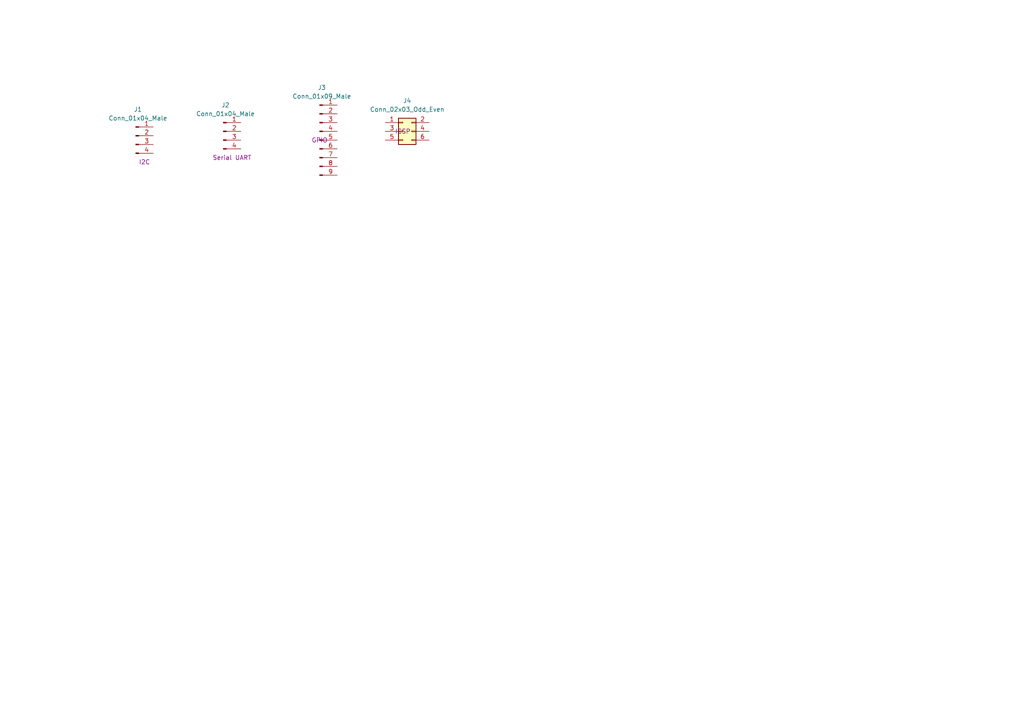
<source format=kicad_sch>
(kicad_sch (version 20211123) (generator eeschema)
  (paper "A4")
  (lib_symbols
    (symbol "Connector:Conn_01x04_Male" (pin_names (offset 1.016) hide)
      (property "Reference" "J" (at 0 5.08 0))
      (property "Value" "Conn_01x04_Male" (at 0 -7.62 0))
      (symbol "Conn_01x04_Male_1_1"
        (polyline (pts (xy 1.27 -5.08) (xy 0.8636 -5.08)) (stroke (width 0.1524)))
        (polyline (pts (xy 1.27 -2.54) (xy 0.8636 -2.54)) (stroke (width 0.1524)))
        (polyline (pts (xy 1.27 0) (xy 0.8636 0)) (stroke (width 0.1524)))
        (polyline (pts (xy 1.27 2.54) (xy 0.8636 2.54)) (stroke (width 0.1524)))
        (rectangle (start 0.8636 -4.953) (end 0 -5.207) (stroke (width 0.1524)) (fill (type outline)))
        (rectangle (start 0.8636 -2.413) (end 0 -2.667) (stroke (width 0.1524)) (fill (type outline)))
        (rectangle (start 0.8636 0.127) (end 0 -0.127) (stroke (width 0.1524)) (fill (type outline)))
        (rectangle (start 0.8636 2.667) (end 0 2.413) (stroke (width 0.1524)) (fill (type outline)))
        (pin passive line (at 5.08 2.54 180) (length 3.81) (name "Pin_1") (number "1"))
        (pin passive line (at 5.08 0 180) (length 3.81) (name "Pin_2") (number "2"))
        (pin passive line (at 5.08 -2.54 180) (length 3.81) (name "Pin_3") (number "3"))
        (pin passive line (at 5.08 -5.08 180) (length 3.81) (name "Pin_4") (number "4"))
      )
    )
    (symbol "Connector:Conn_01x09_Male" (pin_names (offset 1.016) hide)
      (property "Reference" "J" (at 0 12.7 0))
      (property "Value" "Conn_01x09_Male" (at 0 -12.7 0))
      (symbol "Conn_01x09_Male_1_1"
        (polyline (pts (xy 1.27 -10.16) (xy 0.8636 -10.16)) (stroke (width 0.1524)))
        (polyline (pts (xy 1.27 -7.62) (xy 0.8636 -7.62)) (stroke (width 0.1524)))
        (polyline (pts (xy 1.27 -5.08) (xy 0.8636 -5.08)) (stroke (width 0.1524)))
        (polyline (pts (xy 1.27 -2.54) (xy 0.8636 -2.54)) (stroke (width 0.1524)))
        (polyline (pts (xy 1.27 0) (xy 0.8636 0)) (stroke (width 0.1524)))
        (polyline (pts (xy 1.27 2.54) (xy 0.8636 2.54)) (stroke (width 0.1524)))
        (polyline (pts (xy 1.27 5.08) (xy 0.8636 5.08)) (stroke (width 0.1524)))
        (polyline (pts (xy 1.27 7.62) (xy 0.8636 7.62)) (stroke (width 0.1524)))
        (polyline (pts (xy 1.27 10.16) (xy 0.8636 10.16)) (stroke (width 0.1524)))
        (rectangle (start 0.8636 -10.033) (end 0 -10.287) (stroke (width 0.1524)) (fill (type outline)))
        (rectangle (start 0.8636 -7.493) (end 0 -7.747) (stroke (width 0.1524)) (fill (type outline)))
        (rectangle (start 0.8636 -4.953) (end 0 -5.207) (stroke (width 0.1524)) (fill (type outline)))
        (rectangle (start 0.8636 -2.413) (end 0 -2.667) (stroke (width 0.1524)) (fill (type outline)))
        (rectangle (start 0.8636 0.127) (end 0 -0.127) (stroke (width 0.1524)) (fill (type outline)))
        (rectangle (start 0.8636 2.667) (end 0 2.413) (stroke (width 0.1524)) (fill (type outline)))
        (rectangle (start 0.8636 5.207) (end 0 4.953) (stroke (width 0.1524)) (fill (type outline)))
        (rectangle (start 0.8636 7.747) (end 0 7.493) (stroke (width 0.1524)) (fill (type outline)))
        (rectangle (start 0.8636 10.287) (end 0 10.033) (stroke (width 0.1524)) (fill (type outline)))
        (pin passive line (at 5.08 10.16 180) (length 3.81) (name "Pin_1") (number "1"))
        (pin passive line (at 5.08 7.62 180) (length 3.81) (name "Pin_2") (number "2"))
        (pin passive line (at 5.08 5.08 180) (length 3.81) (name "Pin_3") (number "3"))
        (pin passive line (at 5.08 2.54 180) (length 3.81) (name "Pin_4") (number "4"))
        (pin passive line (at 5.08 0 180) (length 3.81) (name "Pin_5") (number "5"))
        (pin passive line (at 5.08 -2.54 180) (length 3.81) (name "Pin_6") (number "6"))
        (pin passive line (at 5.08 -5.08 180) (length 3.81) (name "Pin_7") (number "7"))
        (pin passive line (at 5.08 -7.62 180) (length 3.81) (name "Pin_8") (number "8"))
        (pin passive line (at 5.08 -10.16 180) (length 3.81) (name "Pin_9") (number "9"))
      )
    )
    (symbol "Connector_Generic:Conn_02x03_Odd_Even" (pin_names (offset 1.016) hide)
      (property "Reference" "J" (at 1.27 5.08 0))
      (property "Value" "Conn_02x03_Odd_Even" (at 1.27 -5.08 0))
      (symbol "Conn_02x03_Odd_Even_1_1"
        (rectangle (start -1.27 -2.413) (end 0 -2.667) (stroke (width 0.1524)))
        (rectangle (start -1.27 0.127) (end 0 -0.127) (stroke (width 0.1524)))
        (rectangle (start -1.27 2.667) (end 0 2.413) (stroke (width 0.1524)))
        (rectangle (start -1.27 3.81) (end 3.81 -3.81) (stroke (width 0.254)) (fill (type background)))
        (rectangle (start 3.81 -2.413) (end 2.54 -2.667) (stroke (width 0.1524)))
        (rectangle (start 3.81 0.127) (end 2.54 -0.127) (stroke (width 0.1524)))
        (rectangle (start 3.81 2.667) (end 2.54 2.413) (stroke (width 0.1524)))
        (pin passive line (at -5.08 2.54 0) (length 3.81) (name "Pin_1") (number "1"))
        (pin passive line (at 7.62 2.54 180) (length 3.81) (name "Pin_2") (number "2"))
        (pin passive line (at -5.08 0 0) (length 3.81) (name "Pin_3") (number "3"))
        (pin passive line (at 7.62 0 180) (length 3.81) (name "Pin_4") (number "4"))
        (pin passive line (at -5.08 -2.54 0) (length 3.81) (name "Pin_5") (number "5"))
        (pin passive line (at 7.62 -2.54 180) (length 3.81) (name "Pin_6") (number "6"))
      )
    )
  )
  (symbol (lib_id "Connector:Conn_01x04_Male") (at 64.77 38.1 0) (unit 1)
    (property "Reference" "J2" (at 65.405 30.48 0))
    (property "Value" "Conn_01x04_Male" (at 65.405 33.02 0))
    (property "Footprint" "Connector_PinHeader_2.54mm:PinHeader_1x04_P2.54mm_Horizontal" (effects hide))
    (property "Purpose" "Serial UART" (at 67.31 45.72 0))
  )
  (symbol (lib_id "Connector:Conn_01x09_Male") (at 92.71 40.64 0) (unit 1)
    (property "Reference" "J3" (at 93.345 25.4 0))
    (property "Value" "Conn_01x09_Male" (at 93.345 27.94 0))
    (property "Footprint" "Connector_PinHeader_2.54mm:PinHeader_1x09_P2.54mm_Vertical" (effects hide))
    (property "Purpose" "GPIO" (at 92.71 40.64 0))
  )
  (symbol (lib_id "Connector_Generic:Conn_02x03_Odd_Even") (at 116.84 38.1 0) (unit 1)
    (property "Reference" "J4" (at 118.11 29.21 0))
    (property "Value" "Conn_02x03_Odd_Even" (at 118.11 31.75 0))
    (property "Footprint" "Connector_PinHeader_2.54mm:PinHeader_2x03_P2.54mm_Vertical" (effects hide))
    (property "Purpose" "ICSP" (at 116.84 38.1 0))
  )
  (symbol (lib_id "Connector:Conn_01x04_Male") (at 39.37 39.37 0) (unit 1)
    (property "Reference" "J1" (at 40.005 31.75 0))
    (property "Value" "Conn_01x04_Male" (at 40.005 34.29 0))
    (property "Footprint" "Connector_PinHeader_2.54mm:PinHeader_1x04_P2.54mm_Vertical" (effects hide))
    (property "Purpose" "I2C" (at 41.91 46.99 0))
  )
)
</source>
